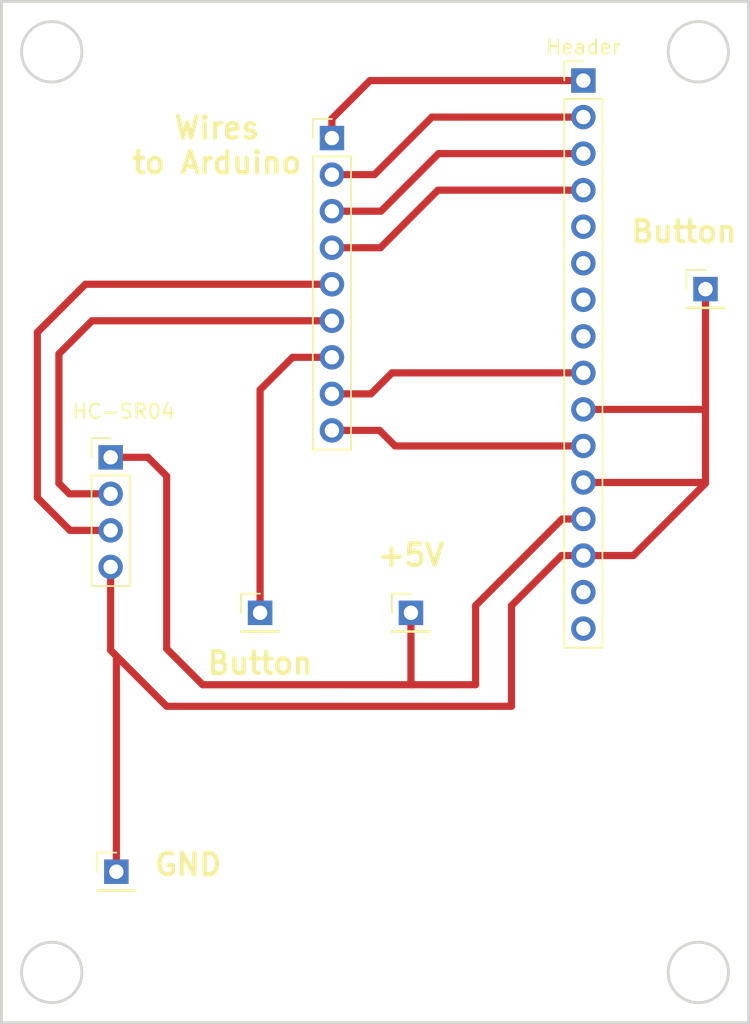
<source format=kicad_pcb>
(kicad_pcb (version 20171130) (host pcbnew 5.0.2-bee76a0~70~ubuntu14.04.1)

  (general
    (thickness 1.6)
    (drawings 13)
    (tracks 58)
    (zones 0)
    (modules 7)
    (nets 1)
  )

  (page A4)
  (layers
    (0 F.Cu signal)
    (31 B.Cu signal)
    (32 B.Adhes user)
    (33 F.Adhes user)
    (34 B.Paste user)
    (35 F.Paste user)
    (36 B.SilkS user)
    (37 F.SilkS user)
    (38 B.Mask user)
    (39 F.Mask user)
    (40 Dwgs.User user)
    (41 Cmts.User user)
    (42 Eco1.User user)
    (43 Eco2.User user)
    (44 Edge.Cuts user)
    (45 Margin user)
    (46 B.CrtYd user)
    (47 F.CrtYd user)
    (48 B.Fab user)
    (49 F.Fab user hide)
  )

  (setup
    (last_trace_width 0.5)
    (trace_clearance 0.2)
    (zone_clearance 0.508)
    (zone_45_only no)
    (trace_min 0.2)
    (segment_width 0.2)
    (edge_width 0.2)
    (via_size 0.8)
    (via_drill 0.4)
    (via_min_size 0.4)
    (via_min_drill 0.3)
    (uvia_size 0.3)
    (uvia_drill 0.1)
    (uvias_allowed no)
    (uvia_min_size 0.2)
    (uvia_min_drill 0.1)
    (pcb_text_width 0.3)
    (pcb_text_size 1.5 1.5)
    (mod_edge_width 0.15)
    (mod_text_size 1 1)
    (mod_text_width 0.15)
    (pad_size 1.524 1.524)
    (pad_drill 0.762)
    (pad_to_mask_clearance 0.051)
    (solder_mask_min_width 0.25)
    (aux_axis_origin 0 0)
    (grid_origin 127 127)
    (visible_elements FFFFFF7F)
    (pcbplotparams
      (layerselection 0x010fc_ffffffff)
      (usegerberextensions false)
      (usegerberattributes false)
      (usegerberadvancedattributes false)
      (creategerberjobfile false)
      (excludeedgelayer true)
      (linewidth 0.100000)
      (plotframeref false)
      (viasonmask false)
      (mode 1)
      (useauxorigin false)
      (hpglpennumber 1)
      (hpglpenspeed 20)
      (hpglpendiameter 15.000000)
      (psnegative false)
      (psa4output false)
      (plotreference true)
      (plotvalue true)
      (plotinvisibletext false)
      (padsonsilk false)
      (subtractmaskfromsilk false)
      (outputformat 1)
      (mirror false)
      (drillshape 1)
      (scaleselection 1)
      (outputdirectory "/home/fablab-07/Documents/UltrasonicRangefinderPCBs/LCD_PCB/"))
  )

  (net 0 "")

  (net_class Default "This is the default net class."
    (clearance 0.2)
    (trace_width 0.5)
    (via_dia 0.8)
    (via_drill 0.4)
    (uvia_dia 0.3)
    (uvia_drill 0.1)
  )

  (module Connector_PinHeader_2.54mm:PinHeader_1x01_P2.54mm_Vertical (layer F.Cu) (tedit 5C79E2DE) (tstamp 5C84E41F)
    (at 135 116.5)
    (descr "Through hole straight pin header, 1x01, 2.54mm pitch, single row")
    (tags "Through hole pin header THT 1x01 2.54mm single row")
    (fp_text reference REF** (at 0 -2.33) (layer F.SilkS) hide
      (effects (font (size 1 1) (thickness 0.15)))
    )
    (fp_text value PinHeader_1x01_P2.54mm_Vertical (at 0 2.33) (layer F.Fab)
      (effects (font (size 1 1) (thickness 0.15)))
    )
    (fp_line (start -0.635 -1.27) (end 1.27 -1.27) (layer F.Fab) (width 0.1))
    (fp_line (start 1.27 -1.27) (end 1.27 1.27) (layer F.Fab) (width 0.1))
    (fp_line (start 1.27 1.27) (end -1.27 1.27) (layer F.Fab) (width 0.1))
    (fp_line (start -1.27 1.27) (end -1.27 -0.635) (layer F.Fab) (width 0.1))
    (fp_line (start -1.27 -0.635) (end -0.635 -1.27) (layer F.Fab) (width 0.1))
    (fp_line (start -1.33 1.33) (end 1.33 1.33) (layer F.SilkS) (width 0.12))
    (fp_line (start -1.33 1.27) (end -1.33 1.33) (layer F.SilkS) (width 0.12))
    (fp_line (start 1.33 1.27) (end 1.33 1.33) (layer F.SilkS) (width 0.12))
    (fp_line (start -1.33 1.27) (end 1.33 1.27) (layer F.SilkS) (width 0.12))
    (fp_line (start -1.33 0) (end -1.33 -1.33) (layer F.SilkS) (width 0.12))
    (fp_line (start -1.33 -1.33) (end 0 -1.33) (layer F.SilkS) (width 0.12))
    (fp_line (start -1.8 -1.8) (end -1.8 1.8) (layer F.CrtYd) (width 0.05))
    (fp_line (start -1.8 1.8) (end 1.8 1.8) (layer F.CrtYd) (width 0.05))
    (fp_line (start 1.8 1.8) (end 1.8 -1.8) (layer F.CrtYd) (width 0.05))
    (fp_line (start 1.8 -1.8) (end -1.8 -1.8) (layer F.CrtYd) (width 0.05))
    (fp_text user %R (at 0 0 90) (layer F.Fab)
      (effects (font (size 1 1) (thickness 0.15)))
    )
    (pad 1 thru_hole rect (at 0 0) (size 1.7 1.7) (drill 1) (layers *.Cu *.Mask))
    (model ${KISYS3DMOD}/Connector_PinHeader_2.54mm.3dshapes/PinHeader_1x01_P2.54mm_Vertical.wrl
      (at (xyz 0 0 0))
      (scale (xyz 1 1 1))
      (rotate (xyz 0 0 0))
    )
  )

  (module Connector_PinHeader_2.54mm:PinHeader_1x01_P2.54mm_Vertical (layer F.Cu) (tedit 5C79E2D1) (tstamp 5C84E41F)
    (at 155.5 98.5)
    (descr "Through hole straight pin header, 1x01, 2.54mm pitch, single row")
    (tags "Through hole pin header THT 1x01 2.54mm single row")
    (fp_text reference REF** (at 0 -2.33) (layer F.SilkS) hide
      (effects (font (size 1 1) (thickness 0.15)))
    )
    (fp_text value PinHeader_1x01_P2.54mm_Vertical (at 0 2.33) (layer F.Fab)
      (effects (font (size 1 1) (thickness 0.15)))
    )
    (fp_line (start -0.635 -1.27) (end 1.27 -1.27) (layer F.Fab) (width 0.1))
    (fp_line (start 1.27 -1.27) (end 1.27 1.27) (layer F.Fab) (width 0.1))
    (fp_line (start 1.27 1.27) (end -1.27 1.27) (layer F.Fab) (width 0.1))
    (fp_line (start -1.27 1.27) (end -1.27 -0.635) (layer F.Fab) (width 0.1))
    (fp_line (start -1.27 -0.635) (end -0.635 -1.27) (layer F.Fab) (width 0.1))
    (fp_line (start -1.33 1.33) (end 1.33 1.33) (layer F.SilkS) (width 0.12))
    (fp_line (start -1.33 1.27) (end -1.33 1.33) (layer F.SilkS) (width 0.12))
    (fp_line (start 1.33 1.27) (end 1.33 1.33) (layer F.SilkS) (width 0.12))
    (fp_line (start -1.33 1.27) (end 1.33 1.27) (layer F.SilkS) (width 0.12))
    (fp_line (start -1.33 0) (end -1.33 -1.33) (layer F.SilkS) (width 0.12))
    (fp_line (start -1.33 -1.33) (end 0 -1.33) (layer F.SilkS) (width 0.12))
    (fp_line (start -1.8 -1.8) (end -1.8 1.8) (layer F.CrtYd) (width 0.05))
    (fp_line (start -1.8 1.8) (end 1.8 1.8) (layer F.CrtYd) (width 0.05))
    (fp_line (start 1.8 1.8) (end 1.8 -1.8) (layer F.CrtYd) (width 0.05))
    (fp_line (start 1.8 -1.8) (end -1.8 -1.8) (layer F.CrtYd) (width 0.05))
    (fp_text user %R (at 0 0 90) (layer F.Fab)
      (effects (font (size 1 1) (thickness 0.15)))
    )
    (pad 1 thru_hole rect (at 0 0) (size 1.7 1.7) (drill 1) (layers *.Cu *.Mask))
    (model ${KISYS3DMOD}/Connector_PinHeader_2.54mm.3dshapes/PinHeader_1x01_P2.54mm_Vertical.wrl
      (at (xyz 0 0 0))
      (scale (xyz 1 1 1))
      (rotate (xyz 0 0 0))
    )
  )

  (module Connector_PinHeader_2.54mm:PinHeader_1x01_P2.54mm_Vertical (layer F.Cu) (tedit 5C79E2D8) (tstamp 5C84E41F)
    (at 176 76)
    (descr "Through hole straight pin header, 1x01, 2.54mm pitch, single row")
    (tags "Through hole pin header THT 1x01 2.54mm single row")
    (fp_text reference REF** (at 0 -2.33) (layer F.SilkS) hide
      (effects (font (size 1 1) (thickness 0.15)))
    )
    (fp_text value PinHeader_1x01_P2.54mm_Vertical (at 0 2.33) (layer F.Fab)
      (effects (font (size 1 1) (thickness 0.15)))
    )
    (fp_line (start -0.635 -1.27) (end 1.27 -1.27) (layer F.Fab) (width 0.1))
    (fp_line (start 1.27 -1.27) (end 1.27 1.27) (layer F.Fab) (width 0.1))
    (fp_line (start 1.27 1.27) (end -1.27 1.27) (layer F.Fab) (width 0.1))
    (fp_line (start -1.27 1.27) (end -1.27 -0.635) (layer F.Fab) (width 0.1))
    (fp_line (start -1.27 -0.635) (end -0.635 -1.27) (layer F.Fab) (width 0.1))
    (fp_line (start -1.33 1.33) (end 1.33 1.33) (layer F.SilkS) (width 0.12))
    (fp_line (start -1.33 1.27) (end -1.33 1.33) (layer F.SilkS) (width 0.12))
    (fp_line (start 1.33 1.27) (end 1.33 1.33) (layer F.SilkS) (width 0.12))
    (fp_line (start -1.33 1.27) (end 1.33 1.27) (layer F.SilkS) (width 0.12))
    (fp_line (start -1.33 0) (end -1.33 -1.33) (layer F.SilkS) (width 0.12))
    (fp_line (start -1.33 -1.33) (end 0 -1.33) (layer F.SilkS) (width 0.12))
    (fp_line (start -1.8 -1.8) (end -1.8 1.8) (layer F.CrtYd) (width 0.05))
    (fp_line (start -1.8 1.8) (end 1.8 1.8) (layer F.CrtYd) (width 0.05))
    (fp_line (start 1.8 1.8) (end 1.8 -1.8) (layer F.CrtYd) (width 0.05))
    (fp_line (start 1.8 -1.8) (end -1.8 -1.8) (layer F.CrtYd) (width 0.05))
    (fp_text user %R (at 0 0 90) (layer F.Fab)
      (effects (font (size 1 1) (thickness 0.15)))
    )
    (pad 1 thru_hole rect (at 0 0) (size 1.7 1.7) (drill 1) (layers *.Cu *.Mask))
    (model ${KISYS3DMOD}/Connector_PinHeader_2.54mm.3dshapes/PinHeader_1x01_P2.54mm_Vertical.wrl
      (at (xyz 0 0 0))
      (scale (xyz 1 1 1))
      (rotate (xyz 0 0 0))
    )
  )

  (module Connector_PinHeader_2.54mm:PinHeader_1x04_P2.54mm_Vertical (layer F.Cu) (tedit 5C79E2A0) (tstamp 5C84DE7A)
    (at 134.6 87.69)
    (descr "Through hole straight pin header, 1x04, 2.54mm pitch, single row")
    (tags "Through hole pin header THT 1x04 2.54mm single row")
    (fp_text reference HC-SR04 (at 0.9 -3.19) (layer F.SilkS)
      (effects (font (size 1 1) (thickness 0.15)))
    )
    (fp_text value PinHeader_1x04_P2.54mm_Vertical (at 0 9.95) (layer F.Fab)
      (effects (font (size 1 1) (thickness 0.15)))
    )
    (fp_text user %R (at 0 3.81 90) (layer F.Fab)
      (effects (font (size 1 1) (thickness 0.15)))
    )
    (fp_line (start 1.8 -1.8) (end -1.8 -1.8) (layer F.CrtYd) (width 0.05))
    (fp_line (start 1.8 9.4) (end 1.8 -1.8) (layer F.CrtYd) (width 0.05))
    (fp_line (start -1.8 9.4) (end 1.8 9.4) (layer F.CrtYd) (width 0.05))
    (fp_line (start -1.8 -1.8) (end -1.8 9.4) (layer F.CrtYd) (width 0.05))
    (fp_line (start -1.33 -1.33) (end 0 -1.33) (layer F.SilkS) (width 0.12))
    (fp_line (start -1.33 0) (end -1.33 -1.33) (layer F.SilkS) (width 0.12))
    (fp_line (start -1.33 1.27) (end 1.33 1.27) (layer F.SilkS) (width 0.12))
    (fp_line (start 1.33 1.27) (end 1.33 8.95) (layer F.SilkS) (width 0.12))
    (fp_line (start -1.33 1.27) (end -1.33 8.95) (layer F.SilkS) (width 0.12))
    (fp_line (start -1.33 8.95) (end 1.33 8.95) (layer F.SilkS) (width 0.12))
    (fp_line (start -1.27 -0.635) (end -0.635 -1.27) (layer F.Fab) (width 0.1))
    (fp_line (start -1.27 8.89) (end -1.27 -0.635) (layer F.Fab) (width 0.1))
    (fp_line (start 1.27 8.89) (end -1.27 8.89) (layer F.Fab) (width 0.1))
    (fp_line (start 1.27 -1.27) (end 1.27 8.89) (layer F.Fab) (width 0.1))
    (fp_line (start -0.635 -1.27) (end 1.27 -1.27) (layer F.Fab) (width 0.1))
    (pad 4 thru_hole oval (at 0 7.62) (size 1.7 1.7) (drill 1) (layers *.Cu *.Mask))
    (pad 3 thru_hole oval (at 0 5.08) (size 1.7 1.7) (drill 1) (layers *.Cu *.Mask))
    (pad 2 thru_hole oval (at 0 2.54) (size 1.7 1.7) (drill 1) (layers *.Cu *.Mask))
    (pad 1 thru_hole rect (at 0 0) (size 1.7 1.7) (drill 1) (layers *.Cu *.Mask))
    (model ${KISYS3DMOD}/Connector_PinHeader_2.54mm.3dshapes/PinHeader_1x04_P2.54mm_Vertical.wrl
      (at (xyz 0 0 0))
      (scale (xyz 1 1 1))
      (rotate (xyz 0 0 0))
    )
  )

  (module Connector_PinHeader_2.54mm:PinHeader_1x16_P2.54mm_Vertical (layer F.Cu) (tedit 5C79E2B5) (tstamp 5C84DECC)
    (at 167.5 61.5)
    (descr "Through hole straight pin header, 1x16, 2.54mm pitch, single row")
    (tags "Through hole pin header THT 1x16 2.54mm single row")
    (fp_text reference Header (at 0 -2.33) (layer F.SilkS)
      (effects (font (size 1 1) (thickness 0.15)))
    )
    (fp_text value PinHeader_1x16_P2.54mm_Vertical (at 0 40.43) (layer F.Fab)
      (effects (font (size 1 1) (thickness 0.15)))
    )
    (fp_text user %R (at 0 19.05 90) (layer F.Fab)
      (effects (font (size 1 1) (thickness 0.15)))
    )
    (fp_line (start 1.8 -1.8) (end -1.8 -1.8) (layer F.CrtYd) (width 0.05))
    (fp_line (start 1.8 39.9) (end 1.8 -1.8) (layer F.CrtYd) (width 0.05))
    (fp_line (start -1.8 39.9) (end 1.8 39.9) (layer F.CrtYd) (width 0.05))
    (fp_line (start -1.8 -1.8) (end -1.8 39.9) (layer F.CrtYd) (width 0.05))
    (fp_line (start -1.33 -1.33) (end 0 -1.33) (layer F.SilkS) (width 0.12))
    (fp_line (start -1.33 0) (end -1.33 -1.33) (layer F.SilkS) (width 0.12))
    (fp_line (start -1.33 1.27) (end 1.33 1.27) (layer F.SilkS) (width 0.12))
    (fp_line (start 1.33 1.27) (end 1.33 39.43) (layer F.SilkS) (width 0.12))
    (fp_line (start -1.33 1.27) (end -1.33 39.43) (layer F.SilkS) (width 0.12))
    (fp_line (start -1.33 39.43) (end 1.33 39.43) (layer F.SilkS) (width 0.12))
    (fp_line (start -1.27 -0.635) (end -0.635 -1.27) (layer F.Fab) (width 0.1))
    (fp_line (start -1.27 39.37) (end -1.27 -0.635) (layer F.Fab) (width 0.1))
    (fp_line (start 1.27 39.37) (end -1.27 39.37) (layer F.Fab) (width 0.1))
    (fp_line (start 1.27 -1.27) (end 1.27 39.37) (layer F.Fab) (width 0.1))
    (fp_line (start -0.635 -1.27) (end 1.27 -1.27) (layer F.Fab) (width 0.1))
    (pad 16 thru_hole oval (at 0 38.1) (size 1.7 1.7) (drill 1) (layers *.Cu *.Mask))
    (pad 15 thru_hole oval (at 0 35.56) (size 1.7 1.7) (drill 1) (layers *.Cu *.Mask))
    (pad 14 thru_hole oval (at 0 33.02) (size 1.7 1.7) (drill 1) (layers *.Cu *.Mask))
    (pad 13 thru_hole oval (at 0 30.48) (size 1.7 1.7) (drill 1) (layers *.Cu *.Mask))
    (pad 12 thru_hole oval (at 0 27.94) (size 1.7 1.7) (drill 1) (layers *.Cu *.Mask))
    (pad 11 thru_hole oval (at 0 25.4) (size 1.7 1.7) (drill 1) (layers *.Cu *.Mask))
    (pad 10 thru_hole oval (at 0 22.86) (size 1.7 1.7) (drill 1) (layers *.Cu *.Mask))
    (pad 9 thru_hole oval (at 0 20.32) (size 1.7 1.7) (drill 1) (layers *.Cu *.Mask))
    (pad 8 thru_hole oval (at 0 17.78) (size 1.7 1.7) (drill 1) (layers *.Cu *.Mask))
    (pad 7 thru_hole oval (at 0 15.24) (size 1.7 1.7) (drill 1) (layers *.Cu *.Mask))
    (pad 6 thru_hole oval (at 0 12.7) (size 1.7 1.7) (drill 1) (layers *.Cu *.Mask))
    (pad 5 thru_hole oval (at 0 10.16) (size 1.7 1.7) (drill 1) (layers *.Cu *.Mask))
    (pad 4 thru_hole oval (at 0 7.62) (size 1.7 1.7) (drill 1) (layers *.Cu *.Mask))
    (pad 3 thru_hole oval (at 0 5.08) (size 1.7 1.7) (drill 1) (layers *.Cu *.Mask))
    (pad 2 thru_hole oval (at 0 2.54) (size 1.7 1.7) (drill 1) (layers *.Cu *.Mask))
    (pad 1 thru_hole rect (at 0 0) (size 1.7 1.7) (drill 1) (layers *.Cu *.Mask))
    (model ${KISYS3DMOD}/Connector_PinHeader_2.54mm.3dshapes/PinHeader_1x16_P2.54mm_Vertical.wrl
      (at (xyz 0 0 0))
      (scale (xyz 1 1 1))
      (rotate (xyz 0 0 0))
    )
  )

  (module Connector_PinHeader_2.54mm:PinHeader_1x01_P2.54mm_Vertical (layer F.Cu) (tedit 5C79E2DA) (tstamp 5C84DF1B)
    (at 145 98.5)
    (descr "Through hole straight pin header, 1x01, 2.54mm pitch, single row")
    (tags "Through hole pin header THT 1x01 2.54mm single row")
    (fp_text reference REF** (at 0 -2.33) (layer F.SilkS) hide
      (effects (font (size 1 1) (thickness 0.15)))
    )
    (fp_text value PinHeader_1x01_P2.54mm_Vertical (at 0 2.33) (layer F.Fab)
      (effects (font (size 1 1) (thickness 0.15)))
    )
    (fp_text user %R (at 0 0 90) (layer F.Fab)
      (effects (font (size 1 1) (thickness 0.15)))
    )
    (fp_line (start 1.8 -1.8) (end -1.8 -1.8) (layer F.CrtYd) (width 0.05))
    (fp_line (start 1.8 1.8) (end 1.8 -1.8) (layer F.CrtYd) (width 0.05))
    (fp_line (start -1.8 1.8) (end 1.8 1.8) (layer F.CrtYd) (width 0.05))
    (fp_line (start -1.8 -1.8) (end -1.8 1.8) (layer F.CrtYd) (width 0.05))
    (fp_line (start -1.33 -1.33) (end 0 -1.33) (layer F.SilkS) (width 0.12))
    (fp_line (start -1.33 0) (end -1.33 -1.33) (layer F.SilkS) (width 0.12))
    (fp_line (start -1.33 1.27) (end 1.33 1.27) (layer F.SilkS) (width 0.12))
    (fp_line (start 1.33 1.27) (end 1.33 1.33) (layer F.SilkS) (width 0.12))
    (fp_line (start -1.33 1.27) (end -1.33 1.33) (layer F.SilkS) (width 0.12))
    (fp_line (start -1.33 1.33) (end 1.33 1.33) (layer F.SilkS) (width 0.12))
    (fp_line (start -1.27 -0.635) (end -0.635 -1.27) (layer F.Fab) (width 0.1))
    (fp_line (start -1.27 1.27) (end -1.27 -0.635) (layer F.Fab) (width 0.1))
    (fp_line (start 1.27 1.27) (end -1.27 1.27) (layer F.Fab) (width 0.1))
    (fp_line (start 1.27 -1.27) (end 1.27 1.27) (layer F.Fab) (width 0.1))
    (fp_line (start -0.635 -1.27) (end 1.27 -1.27) (layer F.Fab) (width 0.1))
    (pad 1 thru_hole rect (at 0 0) (size 1.7 1.7) (drill 1) (layers *.Cu *.Mask))
    (model ${KISYS3DMOD}/Connector_PinHeader_2.54mm.3dshapes/PinHeader_1x01_P2.54mm_Vertical.wrl
      (at (xyz 0 0 0))
      (scale (xyz 1 1 1))
      (rotate (xyz 0 0 0))
    )
  )

  (module Connector_PinHeader_2.54mm:PinHeader_1x09_P2.54mm_Vertical (layer F.Cu) (tedit 5C79E2E7) (tstamp 5C84E624)
    (at 150 65.5)
    (descr "Through hole straight pin header, 1x09, 2.54mm pitch, single row")
    (tags "Through hole pin header THT 1x09 2.54mm single row")
    (fp_text reference REF** (at 0 -2.33) (layer F.SilkS) hide
      (effects (font (size 1 1) (thickness 0.15)))
    )
    (fp_text value PinHeader_1x09_P2.54mm_Vertical (at 0 22.65) (layer F.Fab)
      (effects (font (size 1 1) (thickness 0.15)))
    )
    (fp_text user %R (at 0 10.16 90) (layer F.Fab)
      (effects (font (size 1 1) (thickness 0.15)))
    )
    (fp_line (start 1.8 -1.8) (end -1.8 -1.8) (layer F.CrtYd) (width 0.05))
    (fp_line (start 1.8 22.1) (end 1.8 -1.8) (layer F.CrtYd) (width 0.05))
    (fp_line (start -1.8 22.1) (end 1.8 22.1) (layer F.CrtYd) (width 0.05))
    (fp_line (start -1.8 -1.8) (end -1.8 22.1) (layer F.CrtYd) (width 0.05))
    (fp_line (start -1.33 -1.33) (end 0 -1.33) (layer F.SilkS) (width 0.12))
    (fp_line (start -1.33 0) (end -1.33 -1.33) (layer F.SilkS) (width 0.12))
    (fp_line (start -1.33 1.27) (end 1.33 1.27) (layer F.SilkS) (width 0.12))
    (fp_line (start 1.33 1.27) (end 1.33 21.65) (layer F.SilkS) (width 0.12))
    (fp_line (start -1.33 1.27) (end -1.33 21.65) (layer F.SilkS) (width 0.12))
    (fp_line (start -1.33 21.65) (end 1.33 21.65) (layer F.SilkS) (width 0.12))
    (fp_line (start -1.27 -0.635) (end -0.635 -1.27) (layer F.Fab) (width 0.1))
    (fp_line (start -1.27 21.59) (end -1.27 -0.635) (layer F.Fab) (width 0.1))
    (fp_line (start 1.27 21.59) (end -1.27 21.59) (layer F.Fab) (width 0.1))
    (fp_line (start 1.27 -1.27) (end 1.27 21.59) (layer F.Fab) (width 0.1))
    (fp_line (start -0.635 -1.27) (end 1.27 -1.27) (layer F.Fab) (width 0.1))
    (pad 9 thru_hole oval (at 0 20.32) (size 1.7 1.7) (drill 1) (layers *.Cu *.Mask))
    (pad 8 thru_hole oval (at 0 17.78) (size 1.7 1.7) (drill 1) (layers *.Cu *.Mask))
    (pad 7 thru_hole oval (at 0 15.24) (size 1.7 1.7) (drill 1) (layers *.Cu *.Mask))
    (pad 6 thru_hole oval (at 0 12.7) (size 1.7 1.7) (drill 1) (layers *.Cu *.Mask))
    (pad 5 thru_hole oval (at 0 10.16) (size 1.7 1.7) (drill 1) (layers *.Cu *.Mask))
    (pad 4 thru_hole oval (at 0 7.62) (size 1.7 1.7) (drill 1) (layers *.Cu *.Mask))
    (pad 3 thru_hole oval (at 0 5.08) (size 1.7 1.7) (drill 1) (layers *.Cu *.Mask))
    (pad 2 thru_hole oval (at 0 2.54) (size 1.7 1.7) (drill 1) (layers *.Cu *.Mask))
    (pad 1 thru_hole rect (at 0 0) (size 1.7 1.7) (drill 1) (layers *.Cu *.Mask))
    (model ${KISYS3DMOD}/Connector_PinHeader_2.54mm.3dshapes/PinHeader_1x09_P2.54mm_Vertical.wrl
      (at (xyz 0 0 0))
      (scale (xyz 1 1 1))
      (rotate (xyz 0 0 0))
    )
  )

  (gr_text "Wires\nto Arduino" (at 142 66) (layer F.SilkS)
    (effects (font (size 1.5 1.5) (thickness 0.3)))
  )
  (gr_text GND (at 140 116) (layer F.SilkS)
    (effects (font (size 1.5 1.5) (thickness 0.3)))
  )
  (gr_text Button (at 145 102) (layer F.SilkS)
    (effects (font (size 1.5 1.5) (thickness 0.3)))
  )
  (gr_text Button (at 174.5 72) (layer F.SilkS)
    (effects (font (size 1.5 1.5) (thickness 0.3)))
  )
  (gr_text +5V (at 155.5 94.5) (layer F.SilkS)
    (effects (font (size 1.5 1.5) (thickness 0.3)))
  )
  (gr_circle (center 175.5 123.5) (end 177.6 123.5) (layer Edge.Cuts) (width 0.2))
  (gr_circle (center 175.5 59.5) (end 177.6 59.5) (layer Edge.Cuts) (width 0.2))
  (gr_circle (center 130.5 59.5) (end 132.6 59.5) (layer Edge.Cuts) (width 0.2))
  (gr_circle (center 130.5 123.5) (end 132.6 123.5) (layer Edge.Cuts) (width 0.2))
  (gr_line (start 179 127) (end 127 127) (layer Edge.Cuts) (width 0.2))
  (gr_line (start 179 56) (end 179 127) (layer Edge.Cuts) (width 0.2))
  (gr_line (start 127 56) (end 179 56) (layer Edge.Cuts) (width 0.2))
  (gr_line (start 127 127) (end 127 56) (layer Edge.Cuts) (width 0.2))

  (segment (start 134.6 101.1) (end 134.6 95.31) (width 0.5) (layer F.Cu) (net 0))
  (segment (start 138.5 105) (end 134.6 101.1) (width 0.5) (layer F.Cu) (net 0))
  (segment (start 162.5 105) (end 138.5 105) (width 0.5) (layer F.Cu) (net 0))
  (segment (start 162.5 98) (end 162.5 105) (width 0.5) (layer F.Cu) (net 0))
  (segment (start 165.98 94.52) (end 162.5 98) (width 0.5) (layer F.Cu) (net 0))
  (segment (start 167.5 94.52) (end 165.98 94.52) (width 0.5) (layer F.Cu) (net 0))
  (segment (start 167.5 94.52) (end 170.98 94.52) (width 0.5) (layer F.Cu) (net 0))
  (segment (start 170.98 94.52) (end 176 89.5) (width 0.5) (layer F.Cu) (net 0))
  (segment (start 138.5 89) (end 137.19 87.69) (width 0.5) (layer F.Cu) (net 0))
  (segment (start 138.5 101) (end 138.5 89) (width 0.5) (layer F.Cu) (net 0))
  (segment (start 137.19 87.69) (end 134.6 87.69) (width 0.5) (layer F.Cu) (net 0))
  (segment (start 141 103.5) (end 138.5 101) (width 0.5) (layer F.Cu) (net 0))
  (segment (start 160 98) (end 160 103.5) (width 0.5) (layer F.Cu) (net 0))
  (segment (start 166.02 91.98) (end 160 98) (width 0.5) (layer F.Cu) (net 0))
  (segment (start 167.5 91.98) (end 166.02 91.98) (width 0.5) (layer F.Cu) (net 0))
  (segment (start 150 64.15) (end 150 65.5) (width 0.5) (layer F.Cu) (net 0))
  (segment (start 152.65 61.5) (end 150 64.15) (width 0.5) (layer F.Cu) (net 0))
  (segment (start 167.5 61.5) (end 152.65 61.5) (width 0.5) (layer F.Cu) (net 0))
  (segment (start 152.96 68.04) (end 150 68.04) (width 0.5) (layer F.Cu) (net 0))
  (segment (start 156.96 64.04) (end 152.96 68.04) (width 0.5) (layer F.Cu) (net 0))
  (segment (start 167.5 64.04) (end 156.96 64.04) (width 0.5) (layer F.Cu) (net 0))
  (segment (start 167.5 66.58) (end 157.42 66.58) (width 0.5) (layer F.Cu) (net 0))
  (segment (start 153.42 70.58) (end 150 70.58) (width 0.5) (layer F.Cu) (net 0))
  (segment (start 157.42 66.58) (end 153.42 70.58) (width 0.5) (layer F.Cu) (net 0))
  (segment (start 167.5 69.12) (end 157.38 69.12) (width 0.5) (layer F.Cu) (net 0))
  (segment (start 153.38 73.12) (end 150 73.12) (width 0.5) (layer F.Cu) (net 0))
  (segment (start 157.38 69.12) (end 153.38 73.12) (width 0.5) (layer F.Cu) (net 0))
  (segment (start 131 80.5) (end 133.3 78.2) (width 0.5) (layer F.Cu) (net 0))
  (segment (start 131 89.5) (end 131 80.5) (width 0.5) (layer F.Cu) (net 0))
  (segment (start 131.73 90.23) (end 131 89.5) (width 0.5) (layer F.Cu) (net 0))
  (segment (start 134.6 90.23) (end 131.73 90.23) (width 0.5) (layer F.Cu) (net 0))
  (segment (start 133.3 78.2) (end 150 78.2) (width 0.5) (layer F.Cu) (net 0))
  (segment (start 134.6 92.77) (end 131.77 92.77) (width 0.5) (layer F.Cu) (net 0))
  (segment (start 131.77 92.77) (end 129.5 90.5) (width 0.5) (layer F.Cu) (net 0))
  (segment (start 129.5 90.5) (end 129.5 79) (width 0.5) (layer F.Cu) (net 0))
  (segment (start 132.84 75.66) (end 150 75.66) (width 0.5) (layer F.Cu) (net 0))
  (segment (start 129.5 79) (end 132.84 75.66) (width 0.5) (layer F.Cu) (net 0))
  (segment (start 147.26 80.74) (end 150 80.74) (width 0.5) (layer F.Cu) (net 0))
  (segment (start 145 83) (end 147.26 80.74) (width 0.5) (layer F.Cu) (net 0))
  (segment (start 145 98.5) (end 145 83) (width 0.5) (layer F.Cu) (net 0))
  (segment (start 167.5 81.82) (end 154.18 81.82) (width 0.5) (layer F.Cu) (net 0))
  (segment (start 152.72 83.28) (end 150 83.28) (width 0.5) (layer F.Cu) (net 0))
  (segment (start 154.18 81.82) (end 152.72 83.28) (width 0.5) (layer F.Cu) (net 0))
  (segment (start 175.86 84.36) (end 176 84.5) (width 0.5) (layer F.Cu) (net 0))
  (segment (start 167.5 84.36) (end 175.86 84.36) (width 0.5) (layer F.Cu) (net 0))
  (segment (start 176 84.5) (end 176 76) (width 0.5) (layer F.Cu) (net 0))
  (segment (start 176 89.5) (end 176 84.5) (width 0.5) (layer F.Cu) (net 0))
  (segment (start 167.5 86.9) (end 154.4 86.9) (width 0.5) (layer F.Cu) (net 0))
  (segment (start 153.32 85.82) (end 150 85.82) (width 0.5) (layer F.Cu) (net 0))
  (segment (start 154.4 86.9) (end 153.32 85.82) (width 0.5) (layer F.Cu) (net 0))
  (segment (start 175.94 89.44) (end 176 89.5) (width 0.5) (layer F.Cu) (net 0))
  (segment (start 167.5 89.44) (end 175.94 89.44) (width 0.5) (layer F.Cu) (net 0))
  (segment (start 150 103.5) (end 141 103.5) (width 0.5) (layer F.Cu) (net 0))
  (segment (start 155.5 98.5) (end 155.5 103.5) (width 0.5) (layer F.Cu) (net 0))
  (segment (start 155.5 103.5) (end 150 103.5) (width 0.5) (layer F.Cu) (net 0))
  (segment (start 160 103.5) (end 155.5 103.5) (width 0.5) (layer F.Cu) (net 0))
  (segment (start 135 101.5) (end 134.6 101.1) (width 0.5) (layer F.Cu) (net 0))
  (segment (start 135 116.5) (end 135 101.5) (width 0.5) (layer F.Cu) (net 0))

)

</source>
